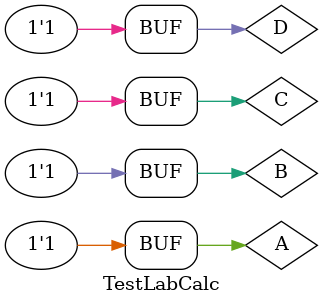
<source format=sv>
`timescale 1ns / 1ps

module TestLabCalc ();
    
    logic A, B, C, D;
    logic Y, Z;
    
    LabCalculator dut (D, C, A, B, Y, Z);
    
    initial begin
    
    D = 0; C = 0; A = 0; B = 0; #10;
    B = 1; #10;
    A = 1; B = 0; #10;
    B = 1; #10;
    C = 1; A = 0; B = 0; #10;
    B = 1; #10;
    A = 1; B = 0; #10;
    B = 1; #10;
    D = 1; C = 0; A = 0; B = 0; #10;
    B = 1; #10;
    A = 1; B = 0; #10;
    B = 1; #10;
    C = 1; A = 0; B = 0; #10;
    B = 1; #10;
    A = 1; B = 0; #10;
    B = 1; #10;
    end
    
endmodule

</source>
